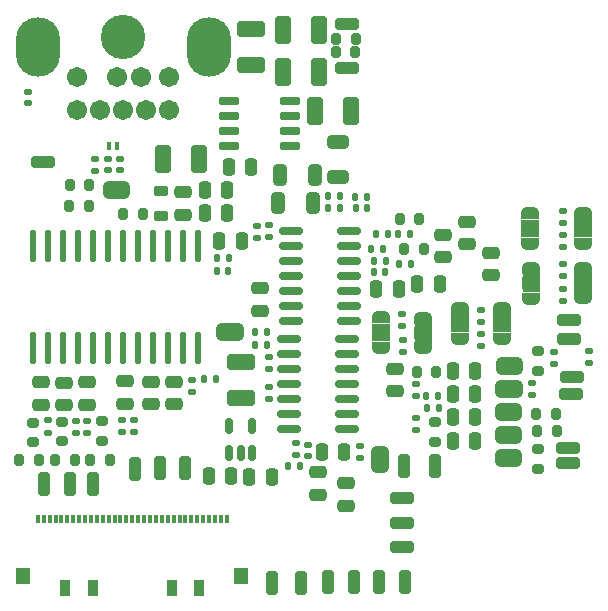
<source format=gbr>
%TF.GenerationSoftware,KiCad,Pcbnew,9.0.0*%
%TF.CreationDate,2025-11-21T18:56:48-08:00*%
%TF.ProjectId,MegaAV_CE_VA0,4d656761-4156-45f4-9345-5f5641302e6b,rev?*%
%TF.SameCoordinates,Original*%
%TF.FileFunction,Soldermask,Top*%
%TF.FilePolarity,Negative*%
%FSLAX46Y46*%
G04 Gerber Fmt 4.6, Leading zero omitted, Abs format (unit mm)*
G04 Created by KiCad (PCBNEW 9.0.0) date 2025-11-21 18:56:48*
%MOMM*%
%LPD*%
G01*
G04 APERTURE LIST*
G04 Aperture macros list*
%AMRoundRect*
0 Rectangle with rounded corners*
0 $1 Rounding radius*
0 $2 $3 $4 $5 $6 $7 $8 $9 X,Y pos of 4 corners*
0 Add a 4 corners polygon primitive as box body*
4,1,4,$2,$3,$4,$5,$6,$7,$8,$9,$2,$3,0*
0 Add four circle primitives for the rounded corners*
1,1,$1+$1,$2,$3*
1,1,$1+$1,$4,$5*
1,1,$1+$1,$6,$7*
1,1,$1+$1,$8,$9*
0 Add four rect primitives between the rounded corners*
20,1,$1+$1,$2,$3,$4,$5,0*
20,1,$1+$1,$4,$5,$6,$7,0*
20,1,$1+$1,$6,$7,$8,$9,0*
20,1,$1+$1,$8,$9,$2,$3,0*%
%AMFreePoly0*
4,1,23,0.500000,-0.750000,0.000000,-0.750000,0.000000,-0.745722,-0.065263,-0.745722,-0.191342,-0.711940,-0.304381,-0.646677,-0.396677,-0.554381,-0.461940,-0.441342,-0.495722,-0.315263,-0.495722,-0.250000,-0.500000,-0.250000,-0.500000,0.250000,-0.495722,0.250000,-0.495722,0.315263,-0.461940,0.441342,-0.396677,0.554381,-0.304381,0.646677,-0.191342,0.711940,-0.065263,0.745722,0.000000,0.745722,
0.000000,0.750000,0.500000,0.750000,0.500000,-0.750000,0.500000,-0.750000,$1*%
%AMFreePoly1*
4,1,23,0.000000,0.745722,0.065263,0.745722,0.191342,0.711940,0.304381,0.646677,0.396677,0.554381,0.461940,0.441342,0.495722,0.315263,0.495722,0.250000,0.500000,0.250000,0.500000,-0.250000,0.495722,-0.250000,0.495722,-0.315263,0.461940,-0.441342,0.396677,-0.554381,0.304381,-0.646677,0.191342,-0.711940,0.065263,-0.745722,0.000000,-0.745722,0.000000,-0.750000,-0.500000,-0.750000,
-0.500000,0.750000,0.000000,0.750000,0.000000,0.745722,0.000000,0.745722,$1*%
%AMFreePoly2*
4,1,23,0.550000,-0.750000,0.000000,-0.750000,0.000000,-0.745722,-0.065263,-0.745722,-0.191342,-0.711940,-0.304381,-0.646677,-0.396677,-0.554381,-0.461940,-0.441342,-0.495722,-0.315263,-0.495722,-0.250000,-0.500000,-0.250000,-0.500000,0.250000,-0.495722,0.250000,-0.495722,0.315263,-0.461940,0.441342,-0.396677,0.554381,-0.304381,0.646677,-0.191342,0.711940,-0.065263,0.745722,0.000000,0.745722,
0.000000,0.750000,0.550000,0.750000,0.550000,-0.750000,0.550000,-0.750000,$1*%
%AMFreePoly3*
4,1,23,0.000000,0.745722,0.065263,0.745722,0.191342,0.711940,0.304381,0.646677,0.396677,0.554381,0.461940,0.441342,0.495722,0.315263,0.495722,0.250000,0.500000,0.250000,0.500000,-0.250000,0.495722,-0.250000,0.495722,-0.315263,0.461940,-0.441342,0.396677,-0.554381,0.304381,-0.646677,0.191342,-0.711940,0.065263,-0.745722,0.000000,-0.745722,0.000000,-0.750000,-0.550000,-0.750000,
-0.550000,0.750000,0.000000,0.750000,0.000000,0.745722,0.000000,0.745722,$1*%
G04 Aperture macros list end*
%ADD10RoundRect,0.250000X-0.750000X0.250000X-0.750000X-0.250000X0.750000X-0.250000X0.750000X0.250000X0*%
%ADD11FreePoly0,180.000000*%
%ADD12FreePoly1,180.000000*%
%ADD13RoundRect,0.250000X0.250000X0.750000X-0.250000X0.750000X-0.250000X-0.750000X0.250000X-0.750000X0*%
%ADD14RoundRect,0.135000X0.185000X-0.135000X0.185000X0.135000X-0.185000X0.135000X-0.185000X-0.135000X0*%
%ADD15RoundRect,0.250000X-0.250000X-0.475000X0.250000X-0.475000X0.250000X0.475000X-0.250000X0.475000X0*%
%ADD16RoundRect,0.135000X0.135000X0.185000X-0.135000X0.185000X-0.135000X-0.185000X0.135000X-0.185000X0*%
%ADD17RoundRect,0.250000X0.925000X-0.412500X0.925000X0.412500X-0.925000X0.412500X-0.925000X-0.412500X0*%
%ADD18RoundRect,0.135000X-0.135000X-0.185000X0.135000X-0.185000X0.135000X0.185000X-0.135000X0.185000X0*%
%ADD19RoundRect,0.150000X0.825000X0.150000X-0.825000X0.150000X-0.825000X-0.150000X0.825000X-0.150000X0*%
%ADD20RoundRect,0.250000X-0.250000X-0.750000X0.250000X-0.750000X0.250000X0.750000X-0.250000X0.750000X0*%
%ADD21RoundRect,0.140000X0.170000X-0.140000X0.170000X0.140000X-0.170000X0.140000X-0.170000X-0.140000X0*%
%ADD22RoundRect,0.250000X0.475000X-0.250000X0.475000X0.250000X-0.475000X0.250000X-0.475000X-0.250000X0*%
%ADD23RoundRect,0.200000X0.200000X0.275000X-0.200000X0.275000X-0.200000X-0.275000X0.200000X-0.275000X0*%
%ADD24RoundRect,0.250000X0.750000X-0.250000X0.750000X0.250000X-0.750000X0.250000X-0.750000X-0.250000X0*%
%ADD25FreePoly2,270.000000*%
%ADD26R,1.500000X1.000000*%
%ADD27FreePoly3,270.000000*%
%ADD28RoundRect,0.135000X-0.185000X0.135000X-0.185000X-0.135000X0.185000X-0.135000X0.185000X0.135000X0*%
%ADD29RoundRect,0.140000X-0.140000X-0.170000X0.140000X-0.170000X0.140000X0.170000X-0.140000X0.170000X0*%
%ADD30FreePoly2,90.000000*%
%ADD31FreePoly3,90.000000*%
%ADD32RoundRect,0.250000X-0.475000X0.250000X-0.475000X-0.250000X0.475000X-0.250000X0.475000X0.250000X0*%
%ADD33RoundRect,0.250000X-0.412500X-0.925000X0.412500X-0.925000X0.412500X0.925000X-0.412500X0.925000X0*%
%ADD34RoundRect,0.200000X-0.200000X-0.275000X0.200000X-0.275000X0.200000X0.275000X-0.200000X0.275000X0*%
%ADD35RoundRect,0.200000X0.275000X-0.200000X0.275000X0.200000X-0.275000X0.200000X-0.275000X-0.200000X0*%
%ADD36RoundRect,0.150000X-0.825000X-0.150000X0.825000X-0.150000X0.825000X0.150000X-0.825000X0.150000X0*%
%ADD37FreePoly0,270.000000*%
%ADD38FreePoly1,270.000000*%
%ADD39RoundRect,0.140000X-0.170000X0.140000X-0.170000X-0.140000X0.170000X-0.140000X0.170000X0.140000X0*%
%ADD40RoundRect,0.137500X0.137500X-1.187500X0.137500X1.187500X-0.137500X1.187500X-0.137500X-1.187500X0*%
%ADD41RoundRect,0.250000X0.650000X-0.325000X0.650000X0.325000X-0.650000X0.325000X-0.650000X-0.325000X0*%
%ADD42FreePoly0,0.000000*%
%ADD43FreePoly1,0.000000*%
%ADD44RoundRect,0.250000X0.250000X0.475000X-0.250000X0.475000X-0.250000X-0.475000X0.250000X-0.475000X0*%
%ADD45RoundRect,0.150000X0.725000X0.150000X-0.725000X0.150000X-0.725000X-0.150000X0.725000X-0.150000X0*%
%ADD46RoundRect,0.218750X0.381250X-0.218750X0.381250X0.218750X-0.381250X0.218750X-0.381250X-0.218750X0*%
%ADD47RoundRect,0.140000X0.140000X0.170000X-0.140000X0.170000X-0.140000X-0.170000X0.140000X-0.170000X0*%
%ADD48RoundRect,0.200000X-0.275000X0.200000X-0.275000X-0.200000X0.275000X-0.200000X0.275000X0.200000X0*%
%ADD49RoundRect,0.250000X-0.325000X-0.650000X0.325000X-0.650000X0.325000X0.650000X-0.325000X0.650000X0*%
%ADD50RoundRect,0.250000X0.325000X0.650000X-0.325000X0.650000X-0.325000X-0.650000X0.325000X-0.650000X0*%
%ADD51R,0.300000X0.800000*%
%ADD52R,1.220000X1.400000*%
%ADD53R,0.850000X1.400000*%
%ADD54RoundRect,0.050000X0.150000X0.300000X-0.150000X0.300000X-0.150000X-0.300000X0.150000X-0.300000X0*%
%ADD55C,1.711200*%
%ADD56O,3.759200X5.029200*%
%ADD57C,3.759200*%
%ADD58RoundRect,0.150000X0.150000X-0.512500X0.150000X0.512500X-0.150000X0.512500X-0.150000X-0.512500X0*%
G04 APERTURE END LIST*
%TO.C,PSGPD2*%
G36*
X211725000Y-131000000D02*
G01*
X211425000Y-131000000D01*
X211425000Y-129500000D01*
X211725000Y-129500000D01*
X211725000Y-131000000D01*
G37*
%TO.C,HPL_RES2*%
G36*
X218625000Y-112000000D02*
G01*
X217125000Y-112000000D01*
X217125000Y-113500000D01*
X218625000Y-113500000D01*
X218625000Y-112000000D01*
G37*
%TO.C,MD1_PU1*%
G36*
X188123511Y-122303791D02*
G01*
X187823511Y-122303791D01*
X187823511Y-120803791D01*
X188123511Y-120803791D01*
X188123511Y-122303791D01*
G37*
%TO.C,FML_1*%
G36*
X200025000Y-122325000D02*
G01*
X201525000Y-122325000D01*
X201525000Y-120825000D01*
X200025000Y-120825000D01*
X200025000Y-122325000D01*
G37*
%TO.C,HPR_RES1*%
G36*
X214241794Y-116660000D02*
G01*
X212741794Y-116660000D01*
X212741794Y-118160000D01*
X214241794Y-118160000D01*
X214241794Y-116660000D01*
G37*
%TO.C,PSGPD4*%
G36*
X201420000Y-132160000D02*
G01*
X199920000Y-132160000D01*
X199920000Y-132460000D01*
X201420000Y-132460000D01*
X201420000Y-132160000D01*
G37*
%TO.C,FO1*%
G36*
X178191741Y-108785170D02*
G01*
X178491741Y-108785170D01*
X178491741Y-110285170D01*
X178191741Y-110285170D01*
X178191741Y-108785170D01*
G37*
%TO.C,PSGPD3*%
G36*
X211725000Y-129075000D02*
G01*
X211425000Y-129075000D01*
X211425000Y-127575000D01*
X211725000Y-127575000D01*
X211725000Y-129075000D01*
G37*
%TO.C,32XPD2*%
G36*
X211775000Y-125175000D02*
G01*
X211475000Y-125175000D01*
X211475000Y-123675000D01*
X211775000Y-123675000D01*
X211775000Y-125175000D01*
G37*
%TO.C,HPL_RES1*%
G36*
X214092537Y-112025000D02*
G01*
X212592537Y-112025000D01*
X212592537Y-113525000D01*
X214092537Y-113525000D01*
X214092537Y-112025000D01*
G37*
%TO.C,FMR_1*%
G36*
X210234703Y-121533429D02*
G01*
X211734703Y-121533429D01*
X211734703Y-120033429D01*
X210234703Y-120033429D01*
X210234703Y-121533429D01*
G37*
%TO.C,FMR_2*%
G36*
X206684703Y-121533429D02*
G01*
X208184703Y-121533429D01*
X208184703Y-120033429D01*
X206684703Y-120033429D01*
X206684703Y-121533429D01*
G37*
%TO.C,32XPD1*%
G36*
X211725000Y-132950000D02*
G01*
X211425000Y-132950000D01*
X211425000Y-131450000D01*
X211725000Y-131450000D01*
X211725000Y-132950000D01*
G37*
%TO.C,HPR_RES2*%
G36*
X218625000Y-116635000D02*
G01*
X217125000Y-116635000D01*
X217125000Y-118135000D01*
X218625000Y-118135000D01*
X218625000Y-116635000D01*
G37*
%TO.C,PSGPD1*%
G36*
X211750000Y-127125000D02*
G01*
X211450000Y-127125000D01*
X211450000Y-125625000D01*
X211750000Y-125625000D01*
X211750000Y-127125000D01*
G37*
%TO.C,FML_2*%
G36*
X203600000Y-122375000D02*
G01*
X205100000Y-122375000D01*
X205100000Y-120875000D01*
X203600000Y-120875000D01*
X203600000Y-122375000D01*
G37*
%TD*%
D10*
%TO.C,REGION*%
X172111038Y-107153929D03*
%TD*%
D11*
%TO.C,PSGPD2*%
X212225000Y-130250000D03*
D12*
X210925000Y-130250000D03*
%TD*%
D13*
%TO.C,B_IN1*%
X176381601Y-134377860D03*
%TD*%
D14*
%TO.C,R21*%
X209209703Y-122678429D03*
X209209703Y-121658429D03*
%TD*%
D15*
%TO.C,C31*%
X187883741Y-107547908D03*
X189783741Y-107547908D03*
%TD*%
D16*
%TO.C,R40*%
X203310000Y-115800000D03*
X202290000Y-115800000D03*
%TD*%
D17*
%TO.C,C56*%
X188909878Y-127106734D03*
X188909878Y-124031734D03*
%TD*%
D13*
%TO.C,S_IN1*%
X184200229Y-133008778D03*
%TD*%
D14*
%TO.C,R66*%
X175901623Y-130078050D03*
X175901623Y-129058050D03*
%TD*%
D18*
%TO.C,R46*%
X198585000Y-110075000D03*
X199605000Y-110075000D03*
%TD*%
D19*
%TO.C,U7*%
X198054240Y-120558814D03*
X198054240Y-119288814D03*
X198054240Y-118018814D03*
X198054240Y-116748814D03*
X198054240Y-115478814D03*
X198054240Y-114208814D03*
X198054240Y-112938814D03*
X193104240Y-112938814D03*
X193104240Y-114208814D03*
X193104240Y-115478814D03*
X193104240Y-116748814D03*
X193104240Y-118018814D03*
X193104240Y-119288814D03*
X193104240Y-120558814D03*
%TD*%
D20*
%TO.C,G_IN1*%
X174451322Y-134396922D03*
%TD*%
D21*
%TO.C,C11*%
X191253416Y-127164810D03*
X191253416Y-126204810D03*
%TD*%
D20*
%TO.C,CD_L1*%
X200620000Y-142700000D03*
%TD*%
D14*
%TO.C,R57*%
X172567973Y-130039917D03*
X172567973Y-129019917D03*
%TD*%
D22*
%TO.C,C26*%
X206025684Y-115211229D03*
X206025684Y-113311229D03*
%TD*%
D23*
%TO.C,R26*%
X205448677Y-124897246D03*
X203798677Y-124897246D03*
%TD*%
D24*
%TO.C,SR3*%
X216650000Y-122125000D03*
%TD*%
D25*
%TO.C,HPL_RES2*%
X217875000Y-111450000D03*
D26*
X217875000Y-112750000D03*
D27*
X217875000Y-114050000D03*
%TD*%
D11*
%TO.C,MD1_PU1*%
X188623511Y-121553791D03*
D12*
X187323511Y-121553791D03*
%TD*%
D28*
%TO.C,R32*%
X203750000Y-128830000D03*
X203750000Y-129850000D03*
%TD*%
D29*
%TO.C,C36*%
X198645000Y-111025000D03*
X199605000Y-111025000D03*
%TD*%
D24*
%TO.C,CHROMA1*%
X197878207Y-99173916D03*
%TD*%
D30*
%TO.C,FML_1*%
X200775000Y-122875000D03*
D26*
X200775000Y-121575000D03*
D31*
X200775000Y-120275000D03*
%TD*%
D14*
%TO.C,R7*%
X191260887Y-124624727D03*
X191260887Y-123604727D03*
%TD*%
D32*
%TO.C,C32*%
X179084485Y-125711494D03*
X179084485Y-127611494D03*
%TD*%
D15*
%TO.C,C54*%
X186170339Y-133754337D03*
X188070339Y-133754337D03*
%TD*%
D16*
%TO.C,R27*%
X205610000Y-126925000D03*
X204590000Y-126925000D03*
%TD*%
D24*
%TO.C,FM_R1*%
X202540000Y-137660000D03*
%TD*%
D33*
%TO.C,C46*%
X182297752Y-106885737D03*
X185372752Y-106885737D03*
%TD*%
D34*
%TO.C,R56*%
X176138382Y-132371704D03*
X177788382Y-132371704D03*
%TD*%
D22*
%TO.C,C4*%
X195460000Y-135290000D03*
X195460000Y-133390000D03*
%TD*%
D24*
%TO.C,HPL_SL2*%
X216895710Y-125307108D03*
%TD*%
D35*
%TO.C,R15*%
X214084197Y-133110858D03*
X214084197Y-131460858D03*
%TD*%
D20*
%TO.C,HP_L1*%
X202675000Y-132875000D03*
%TD*%
D34*
%TO.C,R37*%
X170124253Y-132403464D03*
X171774253Y-132403464D03*
%TD*%
D16*
%TO.C,R36*%
X186821970Y-125539302D03*
X185801970Y-125539302D03*
%TD*%
D25*
%TO.C,HPR_RES1*%
X213491794Y-116110000D03*
D26*
X213491794Y-117410000D03*
D27*
X213491794Y-118710000D03*
%TD*%
D20*
%TO.C,HP_R1*%
X205325000Y-132865000D03*
%TD*%
D14*
%TO.C,R67*%
X184768353Y-126616345D03*
X184768353Y-125596345D03*
%TD*%
D15*
%TO.C,C37*%
X200373165Y-117916742D03*
X202273165Y-117916742D03*
%TD*%
D14*
%TO.C,R30*%
X213500000Y-126885000D03*
X213500000Y-125865000D03*
%TD*%
D33*
%TO.C,C47*%
X192426027Y-95954101D03*
X195501027Y-95954101D03*
%TD*%
D23*
%TO.C,R74*%
X176018534Y-110842019D03*
X174368534Y-110842019D03*
%TD*%
D16*
%TO.C,R41*%
X203235000Y-113200000D03*
X202215000Y-113200000D03*
%TD*%
D32*
%TO.C,C51*%
X183994859Y-109697002D03*
X183994859Y-111597002D03*
%TD*%
D16*
%TO.C,R48*%
X201366796Y-113209942D03*
X200346796Y-113209942D03*
%TD*%
D22*
%TO.C,C15*%
X201941390Y-126557723D03*
X201941390Y-124657723D03*
%TD*%
D14*
%TO.C,R68*%
X179861113Y-129976516D03*
X179861113Y-128956516D03*
%TD*%
D28*
%TO.C,R23*%
X202600000Y-122230000D03*
X202600000Y-123250000D03*
%TD*%
D20*
%TO.C,32X_L1*%
X196280000Y-142730000D03*
%TD*%
D36*
%TO.C,U3*%
X192951106Y-122128898D03*
X192951106Y-123398898D03*
X192951106Y-124668898D03*
X192951106Y-125938898D03*
X192951106Y-127208898D03*
X192951106Y-128478898D03*
X192951106Y-129748898D03*
X197901106Y-129748898D03*
X197901106Y-128478898D03*
X197901106Y-127208898D03*
X197901106Y-125938898D03*
X197901106Y-124668898D03*
X197901106Y-123398898D03*
X197901106Y-122128898D03*
%TD*%
D14*
%TO.C,R58*%
X174969760Y-130078050D03*
X174969760Y-129058050D03*
%TD*%
%TO.C,R31*%
X203700000Y-126970000D03*
X203700000Y-125950000D03*
%TD*%
D28*
%TO.C,R22*%
X209234703Y-119633429D03*
X209234703Y-120653429D03*
%TD*%
D24*
%TO.C,SL3*%
X216650000Y-120475000D03*
%TD*%
D10*
%TO.C,HPL_SL1*%
X216855293Y-126749678D03*
%TD*%
D14*
%TO.C,R79*%
X216141571Y-112296884D03*
X216141571Y-111276884D03*
%TD*%
%TO.C,R25*%
X198940000Y-132180000D03*
X198940000Y-131160000D03*
%TD*%
D20*
%TO.C,R_IN1*%
X172225448Y-134427317D03*
%TD*%
D23*
%TO.C,R35*%
X180588376Y-111500185D03*
X178938376Y-111500185D03*
%TD*%
D37*
%TO.C,PSGPD4*%
X200670000Y-131660000D03*
D38*
X200670000Y-132960000D03*
%TD*%
D28*
%TO.C,R61*%
X215403331Y-123213151D03*
X215403331Y-124233151D03*
%TD*%
D39*
%TO.C,C49*%
X177622946Y-106882708D03*
X177622946Y-107842708D03*
%TD*%
D40*
%TO.C,IC1*%
X171330163Y-122873265D03*
X172600163Y-122873265D03*
X173870163Y-122873265D03*
X175140163Y-122873265D03*
X176410163Y-122873265D03*
X177680163Y-122873265D03*
X178950163Y-122873265D03*
X180220163Y-122873265D03*
X181490163Y-122873265D03*
X182760163Y-122873265D03*
X184030163Y-122873265D03*
X185300163Y-122873265D03*
X185300163Y-114223265D03*
X184030163Y-114223265D03*
X182760163Y-114223265D03*
X181490163Y-114223265D03*
X180220163Y-114223265D03*
X178950163Y-114223265D03*
X177680163Y-114223265D03*
X176410163Y-114223265D03*
X175140163Y-114223265D03*
X173870163Y-114223265D03*
X172600163Y-114223265D03*
X171330163Y-114223265D03*
%TD*%
D35*
%TO.C,R17*%
X214017015Y-124794773D03*
X214017015Y-123144773D03*
%TD*%
D24*
%TO.C,HPR_SL2*%
X216620000Y-131380000D03*
%TD*%
D41*
%TO.C,C44*%
X197150000Y-108375000D03*
X197150000Y-105425000D03*
%TD*%
D42*
%TO.C,FO1*%
X177691741Y-109535170D03*
D43*
X178991741Y-109535170D03*
%TD*%
D14*
%TO.C,R70*%
X178796739Y-130005010D03*
X178796739Y-128985010D03*
%TD*%
D22*
%TO.C,C28*%
X171951528Y-127698422D03*
X171951528Y-125798422D03*
%TD*%
%TO.C,C34*%
X175866931Y-127697924D03*
X175866931Y-125797924D03*
%TD*%
D23*
%TO.C,R39*%
X204374375Y-114509948D03*
X202724375Y-114509948D03*
%TD*%
D20*
%TO.C,GND1*%
X193970000Y-142820000D03*
%TD*%
%TO.C,5V1*%
X191510000Y-142820000D03*
%TD*%
D11*
%TO.C,PSGPD3*%
X212225000Y-128325000D03*
D12*
X210925000Y-128325000D03*
%TD*%
D33*
%TO.C,C48*%
X192426209Y-99490978D03*
X195501209Y-99490978D03*
%TD*%
D16*
%TO.C,R55*%
X197260000Y-110050000D03*
X196240000Y-110050000D03*
%TD*%
D11*
%TO.C,32XPD2*%
X212275000Y-124425000D03*
D12*
X210975000Y-124425000D03*
%TD*%
D16*
%TO.C,R28*%
X205656609Y-127996528D03*
X204636609Y-127996528D03*
%TD*%
D35*
%TO.C,R73*%
X177094344Y-130752519D03*
X177094344Y-129102519D03*
%TD*%
D24*
%TO.C,LUMA1*%
X197847500Y-95420000D03*
%TD*%
D22*
%TO.C,C14*%
X190521020Y-119730585D03*
X190521020Y-117830585D03*
%TD*%
D44*
%TO.C,C52*%
X187755052Y-111478272D03*
X185855052Y-111478272D03*
%TD*%
D45*
%TO.C,U6*%
X193072100Y-105760440D03*
X193072100Y-104490440D03*
X193072100Y-103220440D03*
X193072100Y-101950440D03*
X187922100Y-101950440D03*
X187922100Y-103220440D03*
X187922100Y-104490440D03*
X187922100Y-105760440D03*
%TD*%
D46*
%TO.C,L1*%
X182091509Y-111730420D03*
X182091509Y-109605420D03*
%TD*%
D14*
%TO.C,R65*%
X216153744Y-116809290D03*
X216153744Y-115789290D03*
%TD*%
D18*
%TO.C,R49*%
X196240000Y-111050000D03*
X197260000Y-111050000D03*
%TD*%
D21*
%TO.C,C50*%
X178697965Y-107807268D03*
X178697965Y-106847268D03*
%TD*%
D47*
%TO.C,C12*%
X191075754Y-121542006D03*
X190115754Y-121542006D03*
%TD*%
D22*
%TO.C,C27*%
X208012328Y-114078003D03*
X208012328Y-112178003D03*
%TD*%
D15*
%TO.C,C39*%
X187045627Y-113788512D03*
X188945627Y-113788512D03*
%TD*%
D34*
%TO.C,R45*%
X174389595Y-109043388D03*
X176039595Y-109043388D03*
%TD*%
D48*
%TO.C,R29*%
X205360966Y-129153158D03*
X205360966Y-130803158D03*
%TD*%
D49*
%TO.C,C43*%
X192177100Y-108215183D03*
X195127100Y-108215183D03*
%TD*%
D22*
%TO.C,C24*%
X210034721Y-116736388D03*
X210034721Y-114836388D03*
%TD*%
D23*
%TO.C,R75*%
X198598268Y-96682714D03*
X196948268Y-96682714D03*
%TD*%
D20*
%TO.C,CD_R1*%
X202790000Y-142700000D03*
%TD*%
D44*
%TO.C,C55*%
X191494516Y-133776307D03*
X189594516Y-133776307D03*
%TD*%
D21*
%TO.C,C13*%
X194602707Y-132042400D03*
X194602707Y-131082400D03*
%TD*%
D33*
%TO.C,C45*%
X195127964Y-102800000D03*
X198202964Y-102800000D03*
%TD*%
D28*
%TO.C,R8*%
X193560167Y-130901124D03*
X193560167Y-131921124D03*
%TD*%
D16*
%TO.C,R4*%
X191120700Y-122618176D03*
X190100700Y-122618176D03*
%TD*%
D25*
%TO.C,HPL_RES1*%
X213342537Y-111475000D03*
D26*
X213342537Y-112775000D03*
D27*
X213342537Y-114075000D03*
%TD*%
D44*
%TO.C,C19*%
X208750000Y-124800000D03*
X206850000Y-124800000D03*
%TD*%
D34*
%TO.C,R33*%
X213966347Y-129933509D03*
X215616347Y-129933509D03*
%TD*%
D44*
%TO.C,C53*%
X187742485Y-109517739D03*
X185842485Y-109517739D03*
%TD*%
D30*
%TO.C,FMR_1*%
X210984703Y-122083429D03*
D26*
X210984703Y-120783429D03*
D31*
X210984703Y-119483429D03*
%TD*%
D22*
%TO.C,C29*%
X173905907Y-127705799D03*
X173905907Y-125805799D03*
%TD*%
D44*
%TO.C,C21*%
X208750000Y-128750000D03*
X206850000Y-128750000D03*
%TD*%
D24*
%TO.C,HPR_SL1*%
X216620000Y-132660000D03*
%TD*%
D30*
%TO.C,FMR_2*%
X207434703Y-122083429D03*
D26*
X207434703Y-120783429D03*
D31*
X207434703Y-119483429D03*
%TD*%
D44*
%TO.C,C22*%
X208750000Y-130725000D03*
X206850000Y-130725000D03*
%TD*%
D50*
%TO.C,C42*%
X194992578Y-110569305D03*
X192042578Y-110569305D03*
%TD*%
D39*
%TO.C,C1*%
X170871360Y-101222574D03*
X170871360Y-102182574D03*
%TD*%
D18*
%TO.C,R47*%
X200137134Y-115493804D03*
X201157134Y-115493804D03*
%TD*%
D44*
%TO.C,C20*%
X208750000Y-126775000D03*
X206850000Y-126775000D03*
%TD*%
D11*
%TO.C,32XPD1*%
X212225000Y-132200000D03*
D12*
X210925000Y-132200000D03*
%TD*%
D29*
%TO.C,C35*%
X200148450Y-116450400D03*
X201108450Y-116450400D03*
%TD*%
D51*
%TO.C,Z1*%
X171700000Y-137360000D03*
X172200000Y-137360000D03*
X172700000Y-137360000D03*
X173200000Y-137360000D03*
X173700000Y-137360000D03*
X174200000Y-137360000D03*
X174700000Y-137360000D03*
X175200000Y-137360000D03*
X175700000Y-137360000D03*
X176200000Y-137360000D03*
X176700000Y-137360000D03*
X177200000Y-137360000D03*
X177700000Y-137360000D03*
X178200000Y-137360000D03*
X178700000Y-137360000D03*
X179200000Y-137360000D03*
X179700000Y-137360000D03*
X180200000Y-137360000D03*
X180700000Y-137360000D03*
X181200000Y-137360000D03*
X181700000Y-137360000D03*
X182200000Y-137360000D03*
X182700000Y-137360000D03*
X183200000Y-137360000D03*
X183700000Y-137360000D03*
X184200000Y-137360000D03*
X184700000Y-137360000D03*
X185200000Y-137360000D03*
X185700000Y-137360000D03*
X186200000Y-137360000D03*
X186700000Y-137360000D03*
X187200000Y-137360000D03*
X187700000Y-137360000D03*
D52*
X170460000Y-142210000D03*
D53*
X174025000Y-143220000D03*
X176375000Y-143220000D03*
X183025000Y-143220000D03*
X185375000Y-143220000D03*
D52*
X188940000Y-142210000D03*
%TD*%
D22*
%TO.C,C3*%
X197830000Y-136230000D03*
X197830000Y-134330000D03*
%TD*%
D24*
%TO.C,FM_L1*%
X202510000Y-139750000D03*
%TD*%
D18*
%TO.C,R5*%
X192842780Y-132879588D03*
X193862780Y-132879588D03*
%TD*%
D28*
%TO.C,R59*%
X176553855Y-106847067D03*
X176553855Y-107867067D03*
%TD*%
D54*
%TO.C,D2*%
X178389504Y-105815228D03*
X177689504Y-105815228D03*
%TD*%
D28*
%TO.C,R60*%
X218406679Y-123174217D03*
X218406679Y-124194217D03*
%TD*%
D32*
%TO.C,C33*%
X181276739Y-125744518D03*
X181276739Y-127644518D03*
%TD*%
D20*
%TO.C,SBCR1*%
X179916590Y-133100038D03*
%TD*%
D34*
%TO.C,R34*%
X213902890Y-128430495D03*
X215552890Y-128430495D03*
%TD*%
D14*
%TO.C,R54*%
X190294601Y-113548791D03*
X190294601Y-112528791D03*
%TD*%
D25*
%TO.C,HPR_RES2*%
X217875000Y-116085000D03*
D26*
X217875000Y-117385000D03*
D27*
X217875000Y-118685000D03*
%TD*%
D14*
%TO.C,R62*%
X216145000Y-114305000D03*
X216145000Y-113285000D03*
%TD*%
D15*
%TO.C,C30*%
X195742242Y-131651364D03*
X197642242Y-131651364D03*
%TD*%
D23*
%TO.C,R76*%
X198572452Y-97834544D03*
X196922452Y-97834544D03*
%TD*%
D15*
%TO.C,C25*%
X203837087Y-117479548D03*
X205737087Y-117479548D03*
%TD*%
D35*
%TO.C,R69*%
X171252048Y-130864661D03*
X171252048Y-129214661D03*
%TD*%
D14*
%TO.C,R52*%
X191314721Y-113509615D03*
X191314721Y-112489615D03*
%TD*%
D35*
%TO.C,R71*%
X173774230Y-130761461D03*
X173774230Y-129111461D03*
%TD*%
D23*
%TO.C,R38*%
X174826950Y-132372146D03*
X173176950Y-132372146D03*
%TD*%
D20*
%TO.C,32X_R1*%
X198440000Y-142720000D03*
%TD*%
%TO.C,GND2*%
X182072878Y-133024189D03*
%TD*%
D28*
%TO.C,R24*%
X202575000Y-119980000D03*
X202575000Y-121000000D03*
%TD*%
D29*
%TO.C,C9*%
X186862097Y-116379608D03*
X187822097Y-116379608D03*
%TD*%
D22*
%TO.C,C38*%
X183254325Y-127647015D03*
X183254325Y-125747015D03*
%TD*%
D16*
%TO.C,R53*%
X200945591Y-114517131D03*
X199925591Y-114517131D03*
%TD*%
D55*
%TO.C,CN1*%
X180453000Y-99929200D03*
X178421000Y-99929200D03*
X182840600Y-99929200D03*
X180884800Y-102723200D03*
X178929000Y-102723200D03*
X175017400Y-99929200D03*
X182840600Y-102723200D03*
X176973200Y-102723200D03*
X175017400Y-102723200D03*
D56*
X171690000Y-97440000D03*
D57*
X178929000Y-96551000D03*
D56*
X186168000Y-97440000D03*
%TD*%
D58*
%TO.C,U2*%
X187924798Y-131750132D03*
X188874798Y-131750132D03*
X189824798Y-131750132D03*
X189824798Y-129475132D03*
X187924798Y-129475132D03*
%TD*%
D14*
%TO.C,R64*%
X216150000Y-118895000D03*
X216150000Y-117875000D03*
%TD*%
D11*
%TO.C,PSGPD1*%
X212250000Y-126375000D03*
D12*
X210950000Y-126375000D03*
%TD*%
D16*
%TO.C,R72*%
X187851953Y-115284875D03*
X186831953Y-115284875D03*
%TD*%
D23*
%TO.C,R42*%
X203998415Y-111952655D03*
X202348415Y-111952655D03*
%TD*%
D17*
%TO.C,C41*%
X189775000Y-98962500D03*
X189775000Y-95887500D03*
%TD*%
D24*
%TO.C,P1*%
X202530000Y-135610000D03*
%TD*%
D30*
%TO.C,FML_2*%
X204350000Y-122925000D03*
D26*
X204350000Y-121625000D03*
D31*
X204350000Y-120325000D03*
%TD*%
M02*

</source>
